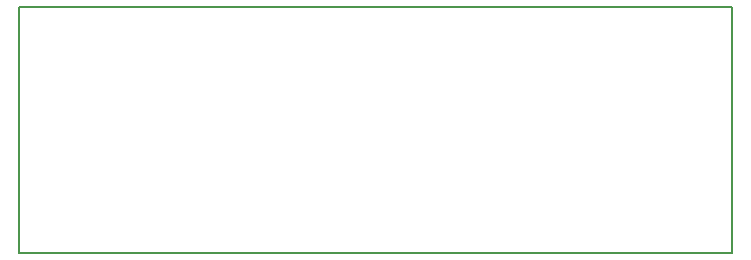
<source format=gm1>
G04 MADE WITH FRITZING*
G04 WWW.FRITZING.ORG*
G04 DOUBLE SIDED*
G04 HOLES PLATED*
G04 CONTOUR ON CENTER OF CONTOUR VECTOR*
%ASAXBY*%
%FSLAX23Y23*%
%MOIN*%
%OFA0B0*%
%SFA1.0B1.0*%
%ADD10R,2.384460X0.826713*%
%ADD11C,0.008000*%
%ADD10C,0.008*%
%LNCONTOUR*%
G90*
G70*
G54D10*
G54D11*
X4Y823D02*
X2380Y823D01*
X2380Y4D01*
X4Y4D01*
X4Y823D01*
D02*
G04 End of contour*
M02*
</source>
